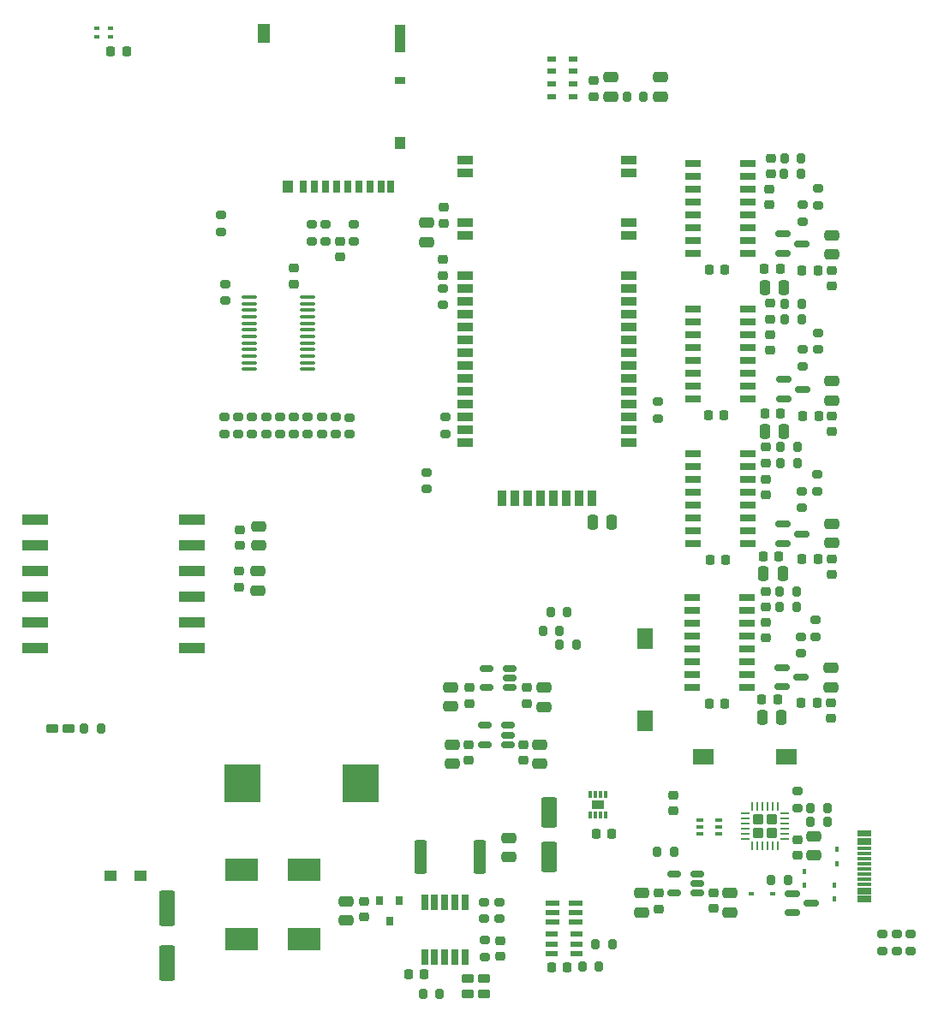
<source format=gtp>
G04 #@! TF.GenerationSoftware,KiCad,Pcbnew,(6.0.5)*
G04 #@! TF.CreationDate,2023-04-17T20:46:32+02:00*
G04 #@! TF.ProjectId,ruche,72756368-652e-46b6-9963-61645f706362,rev?*
G04 #@! TF.SameCoordinates,Original*
G04 #@! TF.FileFunction,Paste,Top*
G04 #@! TF.FilePolarity,Positive*
%FSLAX46Y46*%
G04 Gerber Fmt 4.6, Leading zero omitted, Abs format (unit mm)*
G04 Created by KiCad (PCBNEW (6.0.5)) date 2023-04-17 20:46:32*
%MOMM*%
%LPD*%
G01*
G04 APERTURE LIST*
G04 Aperture macros list*
%AMRoundRect*
0 Rectangle with rounded corners*
0 $1 Rounding radius*
0 $2 $3 $4 $5 $6 $7 $8 $9 X,Y pos of 4 corners*
0 Add a 4 corners polygon primitive as box body*
4,1,4,$2,$3,$4,$5,$6,$7,$8,$9,$2,$3,0*
0 Add four circle primitives for the rounded corners*
1,1,$1+$1,$2,$3*
1,1,$1+$1,$4,$5*
1,1,$1+$1,$6,$7*
1,1,$1+$1,$8,$9*
0 Add four rect primitives between the rounded corners*
20,1,$1+$1,$2,$3,$4,$5,0*
20,1,$1+$1,$4,$5,$6,$7,0*
20,1,$1+$1,$6,$7,$8,$9,0*
20,1,$1+$1,$8,$9,$2,$3,0*%
G04 Aperture macros list end*
%ADD10R,1.500000X0.900000*%
%ADD11R,0.900000X1.500000*%
%ADD12RoundRect,0.250000X-0.550000X1.500000X-0.550000X-1.500000X0.550000X-1.500000X0.550000X1.500000X0*%
%ADD13RoundRect,0.225000X-0.250000X0.225000X-0.250000X-0.225000X0.250000X-0.225000X0.250000X0.225000X0*%
%ADD14RoundRect,0.250000X-0.475000X0.250000X-0.475000X-0.250000X0.475000X-0.250000X0.475000X0.250000X0*%
%ADD15RoundRect,0.225000X-0.225000X-0.250000X0.225000X-0.250000X0.225000X0.250000X-0.225000X0.250000X0*%
%ADD16RoundRect,0.250000X0.475000X-0.250000X0.475000X0.250000X-0.475000X0.250000X-0.475000X-0.250000X0*%
%ADD17RoundRect,0.250000X0.550000X-1.250000X0.550000X1.250000X-0.550000X1.250000X-0.550000X-1.250000X0*%
%ADD18RoundRect,0.212500X-0.400000X-0.212500X0.400000X-0.212500X0.400000X0.212500X-0.400000X0.212500X0*%
%ADD19R,1.240000X1.120000*%
%ADD20R,3.200000X2.250000*%
%ADD21R,0.650000X1.525000*%
%ADD22R,3.650000X3.750000*%
%ADD23R,0.800000X0.900000*%
%ADD24RoundRect,0.200000X-0.200000X-0.275000X0.200000X-0.275000X0.200000X0.275000X-0.200000X0.275000X0*%
%ADD25RoundRect,0.200000X0.275000X-0.200000X0.275000X0.200000X-0.275000X0.200000X-0.275000X-0.200000X0*%
%ADD26RoundRect,0.200000X-0.275000X0.200000X-0.275000X-0.200000X0.275000X-0.200000X0.275000X0.200000X0*%
%ADD27RoundRect,0.250000X-0.362500X-1.425000X0.362500X-1.425000X0.362500X1.425000X-0.362500X1.425000X0*%
%ADD28R,0.300000X0.750000*%
%ADD29R,1.300000X0.900000*%
%ADD30R,2.500000X1.000000*%
%ADD31R,0.500000X0.300000*%
%ADD32RoundRect,0.225000X0.250000X-0.225000X0.250000X0.225000X-0.250000X0.225000X-0.250000X-0.225000X0*%
%ADD33R,0.650000X0.400000*%
%ADD34RoundRect,0.150000X-0.587500X-0.150000X0.587500X-0.150000X0.587500X0.150000X-0.587500X0.150000X0*%
%ADD35RoundRect,0.225000X0.225000X0.250000X-0.225000X0.250000X-0.225000X-0.250000X0.225000X-0.250000X0*%
%ADD36R,0.600000X0.450000*%
%ADD37R,0.700000X1.200000*%
%ADD38R,1.000000X0.800000*%
%ADD39R,1.300000X1.900000*%
%ADD40R,1.000000X1.200000*%
%ADD41R,1.000000X2.800000*%
%ADD42RoundRect,0.218750X0.218750X0.256250X-0.218750X0.256250X-0.218750X-0.256250X0.218750X-0.256250X0*%
%ADD43RoundRect,0.218750X-0.256250X0.218750X-0.256250X-0.218750X0.256250X-0.218750X0.256250X0.218750X0*%
%ADD44RoundRect,0.250000X-0.250000X-0.475000X0.250000X-0.475000X0.250000X0.475000X-0.250000X0.475000X0*%
%ADD45RoundRect,0.100000X-0.637500X-0.100000X0.637500X-0.100000X0.637500X0.100000X-0.637500X0.100000X0*%
%ADD46RoundRect,0.150000X0.512500X0.150000X-0.512500X0.150000X-0.512500X-0.150000X0.512500X-0.150000X0*%
%ADD47R,0.420000X0.550000*%
%ADD48RoundRect,0.250000X0.275000X-0.275000X0.275000X0.275000X-0.275000X0.275000X-0.275000X-0.275000X0*%
%ADD49RoundRect,0.062500X0.062500X-0.350000X0.062500X0.350000X-0.062500X0.350000X-0.062500X-0.350000X0*%
%ADD50RoundRect,0.062500X0.350000X-0.062500X0.350000X0.062500X-0.350000X0.062500X-0.350000X-0.062500X0*%
%ADD51R,2.000000X1.500000*%
%ADD52R,1.525000X0.700000*%
%ADD53R,1.400000X0.600000*%
%ADD54R,1.200000X0.600000*%
%ADD55R,1.450000X0.300000*%
%ADD56R,1.500000X2.000000*%
%ADD57RoundRect,0.200000X0.200000X0.275000X-0.200000X0.275000X-0.200000X-0.275000X0.200000X-0.275000X0*%
%ADD58R,0.950000X0.550000*%
G04 APERTURE END LIST*
D10*
X148210000Y-83095000D03*
X148210000Y-84365000D03*
X148210000Y-89295000D03*
X148210000Y-90565000D03*
X148210000Y-94495000D03*
X148210000Y-95765000D03*
X148210000Y-97035000D03*
X148210000Y-98305000D03*
X148210000Y-99575000D03*
X148210000Y-100845000D03*
X148210000Y-102115000D03*
X148210000Y-103385000D03*
X148210000Y-104655000D03*
X148210000Y-105925000D03*
X148210000Y-107195000D03*
X148210000Y-108465000D03*
X148210000Y-109735000D03*
X148210000Y-111005000D03*
D11*
X144610000Y-116495000D03*
X143340000Y-116495000D03*
X142070000Y-116495000D03*
X140800000Y-116495000D03*
X139530000Y-116495000D03*
X138260000Y-116495000D03*
X136990000Y-116495000D03*
X135720000Y-116495000D03*
D10*
X132110000Y-111005000D03*
X132110000Y-109735000D03*
X132110000Y-108465000D03*
X132110000Y-107195000D03*
X132110000Y-105925000D03*
X132110000Y-104655000D03*
X132110000Y-103385000D03*
X132110000Y-102115000D03*
X132110000Y-100845000D03*
X132110000Y-99575000D03*
X132110000Y-98305000D03*
X132110000Y-97035000D03*
X132110000Y-95765000D03*
X132110000Y-94495000D03*
X132110000Y-90565000D03*
X132110000Y-89295000D03*
X132110000Y-84335000D03*
X132110000Y-83095000D03*
D12*
X102625000Y-157110000D03*
X102625000Y-162510000D03*
D13*
X122060000Y-156385000D03*
X122060000Y-157935000D03*
D14*
X120290000Y-156390000D03*
X120290000Y-158290000D03*
D13*
X135560000Y-160275000D03*
X135560000Y-161825000D03*
D15*
X145005000Y-149750000D03*
X146555000Y-149750000D03*
X126495000Y-163600000D03*
X128045000Y-163600000D03*
D16*
X136410000Y-152035000D03*
X136410000Y-150135000D03*
D17*
X140380000Y-152010000D03*
X140380000Y-147610000D03*
D15*
X97067391Y-72357391D03*
X98617391Y-72357391D03*
D18*
X91268750Y-139310000D03*
X92893750Y-139310000D03*
D19*
X100030000Y-153900000D03*
X97030000Y-153900000D03*
D18*
X132307500Y-165542000D03*
X133932500Y-165542000D03*
X132327500Y-163992000D03*
X133952500Y-163992000D03*
D20*
X116180000Y-153260000D03*
X116180000Y-160160000D03*
X110025000Y-153235000D03*
X110025000Y-160135000D03*
D21*
X128070000Y-161912000D03*
X129070000Y-161912000D03*
X130070000Y-161912000D03*
X131070000Y-161912000D03*
X132070000Y-161912000D03*
X132070000Y-156488000D03*
X131070000Y-156488000D03*
X130070000Y-156488000D03*
X129070000Y-156488000D03*
X128070000Y-156488000D03*
D22*
X110040000Y-144690000D03*
X121740000Y-144690000D03*
D23*
X125540000Y-156350000D03*
X123640000Y-156350000D03*
X124590000Y-158350000D03*
D24*
X94416250Y-139300000D03*
X96066250Y-139300000D03*
D25*
X133990000Y-161875000D03*
X133990000Y-160225000D03*
D24*
X127895000Y-165540000D03*
X129545000Y-165540000D03*
D26*
X135460000Y-156485000D03*
X135460000Y-158135000D03*
D25*
X133960000Y-158135000D03*
X133960000Y-156485000D03*
D27*
X127637500Y-152030000D03*
X133562500Y-152030000D03*
D28*
X144480000Y-147810000D03*
X144980000Y-147810000D03*
X145480000Y-147810000D03*
X145980000Y-147810000D03*
X145980000Y-145810000D03*
X145480000Y-145810000D03*
X144980000Y-145810000D03*
X144480000Y-145810000D03*
D29*
X145230000Y-146810000D03*
D30*
X105065000Y-131360000D03*
X105065000Y-128820000D03*
X105065000Y-126280000D03*
X105065000Y-123740000D03*
X105065000Y-121200000D03*
X105065000Y-118660000D03*
X89565000Y-118660000D03*
X89565000Y-121200000D03*
X89565000Y-123740000D03*
X89565000Y-126280000D03*
X89565000Y-128820000D03*
X89565000Y-131360000D03*
D31*
X95667391Y-70082391D03*
X95667391Y-70882391D03*
X97067391Y-70882391D03*
X97067391Y-70082391D03*
D13*
X109765000Y-123750000D03*
X109765000Y-125300000D03*
D14*
X111590000Y-123750000D03*
X111590000Y-125650000D03*
D25*
X128270000Y-115605000D03*
X128270000Y-113955000D03*
D14*
X130668750Y-135220000D03*
X130668750Y-137120000D03*
D32*
X109780000Y-121215000D03*
X109780000Y-119665000D03*
D25*
X166970000Y-87565000D03*
X166970000Y-85915000D03*
D16*
X168330000Y-92410000D03*
X168330000Y-90510000D03*
D14*
X149560000Y-155590000D03*
X149560000Y-157490000D03*
D33*
X155260000Y-148400000D03*
X155260000Y-149050000D03*
X155260000Y-149700000D03*
X157160000Y-149700000D03*
X157160000Y-149050000D03*
X157160000Y-148400000D03*
D25*
X151090000Y-108635000D03*
X151090000Y-106985000D03*
X108340000Y-96995000D03*
X108340000Y-95345000D03*
D16*
X168200000Y-135210000D03*
X168200000Y-133310000D03*
D13*
X156620000Y-155555000D03*
X156620000Y-157105000D03*
D34*
X163382500Y-133250000D03*
X163382500Y-135150000D03*
X165257500Y-134200000D03*
D35*
X142165000Y-162890000D03*
X140615000Y-162890000D03*
D25*
X166710000Y-130235000D03*
X166710000Y-128585000D03*
D24*
X166215000Y-148530000D03*
X167865000Y-148530000D03*
D25*
X165410000Y-89145000D03*
X165410000Y-87495000D03*
D32*
X161800000Y-113015000D03*
X161800000Y-111465000D03*
D15*
X156255000Y-122610000D03*
X157805000Y-122610000D03*
D36*
X160340000Y-155600000D03*
X162440000Y-155600000D03*
D15*
X161695000Y-108180000D03*
X163245000Y-108180000D03*
D26*
X109670000Y-108485000D03*
X109670000Y-110135000D03*
D25*
X176140000Y-161275000D03*
X176140000Y-159625000D03*
D26*
X112400000Y-108485000D03*
X112400000Y-110135000D03*
D37*
X116085000Y-85670000D03*
X117185000Y-85670000D03*
X118285000Y-85670000D03*
X119385000Y-85670000D03*
X120485000Y-85670000D03*
X121585000Y-85670000D03*
X122685000Y-85670000D03*
X123785000Y-85670000D03*
X124735000Y-85670000D03*
D38*
X125685000Y-75170000D03*
D39*
X112185000Y-70570000D03*
D40*
X114535000Y-85670000D03*
X125685000Y-81370000D03*
D41*
X125685000Y-71020000D03*
D42*
X166947500Y-122550000D03*
X165372500Y-122550000D03*
D26*
X115150000Y-108485000D03*
X115150000Y-110135000D03*
D13*
X168350000Y-108385000D03*
X168350000Y-109935000D03*
D26*
X119270000Y-108505000D03*
X119270000Y-110155000D03*
D16*
X168350000Y-106850000D03*
X168350000Y-104950000D03*
D43*
X129890000Y-92906250D03*
X129890000Y-94481250D03*
D25*
X166890000Y-115835000D03*
X166890000Y-114185000D03*
D44*
X161710000Y-109900000D03*
X163610000Y-109900000D03*
X161450000Y-138200000D03*
X163350000Y-138200000D03*
D34*
X163582500Y-104780000D03*
X163582500Y-106680000D03*
X165457500Y-105730000D03*
D45*
X110747500Y-96625000D03*
X110747500Y-97275000D03*
X110747500Y-97925000D03*
X110747500Y-98575000D03*
X110747500Y-99225000D03*
X110747500Y-99875000D03*
X110747500Y-100525000D03*
X110747500Y-101175000D03*
X110747500Y-101825000D03*
X110747500Y-102475000D03*
X110747500Y-103125000D03*
X110747500Y-103775000D03*
X116472500Y-103775000D03*
X116472500Y-103125000D03*
X116472500Y-102475000D03*
X116472500Y-101825000D03*
X116472500Y-101175000D03*
X116472500Y-100525000D03*
X116472500Y-99875000D03*
X116472500Y-99225000D03*
X116472500Y-98575000D03*
X116472500Y-97925000D03*
X116472500Y-97275000D03*
X116472500Y-96625000D03*
D26*
X108310000Y-108485000D03*
X108310000Y-110135000D03*
D46*
X155047500Y-155590000D03*
X155047500Y-154640000D03*
X155047500Y-153690000D03*
X152772500Y-153690000D03*
X152772500Y-155590000D03*
D47*
X165630000Y-153430000D03*
X165630000Y-154830000D03*
D13*
X151200000Y-155585000D03*
X151200000Y-157135000D03*
D46*
X136280000Y-140890000D03*
X136280000Y-139940000D03*
X136280000Y-138990000D03*
X134005000Y-138990000D03*
X134005000Y-140890000D03*
D48*
X161060000Y-148300000D03*
X162360000Y-148300000D03*
X161060000Y-149600000D03*
X162360000Y-149600000D03*
D49*
X160460000Y-150887500D03*
X160960000Y-150887500D03*
X161460000Y-150887500D03*
X161960000Y-150887500D03*
X162460000Y-150887500D03*
X162960000Y-150887500D03*
D50*
X163647500Y-150200000D03*
X163647500Y-149700000D03*
X163647500Y-149200000D03*
X163647500Y-148700000D03*
X163647500Y-148200000D03*
X163647500Y-147700000D03*
D49*
X162960000Y-147012500D03*
X162460000Y-147012500D03*
X161960000Y-147012500D03*
X161460000Y-147012500D03*
X160960000Y-147012500D03*
X160460000Y-147012500D03*
D50*
X159772500Y-147700000D03*
X159772500Y-148200000D03*
X159772500Y-148700000D03*
X159772500Y-149200000D03*
X159772500Y-149700000D03*
X159772500Y-150200000D03*
D51*
X155640000Y-142100000D03*
X163840000Y-142100000D03*
D25*
X165250000Y-131855000D03*
X165250000Y-130205000D03*
D13*
X168330000Y-93995000D03*
X168330000Y-95545000D03*
D16*
X151355000Y-76810000D03*
X151355000Y-74910000D03*
D13*
X168300000Y-122545000D03*
X168300000Y-124095000D03*
D25*
X164950000Y-147145000D03*
X164950000Y-145495000D03*
D15*
X161535000Y-122280000D03*
X163085000Y-122280000D03*
D26*
X129900000Y-95748750D03*
X129900000Y-97398750D03*
D15*
X156185000Y-136830000D03*
X157735000Y-136830000D03*
D13*
X138188750Y-135255000D03*
X138188750Y-136805000D03*
D24*
X148055000Y-76810000D03*
X149705000Y-76810000D03*
D15*
X156105000Y-108320000D03*
X157655000Y-108320000D03*
D24*
X140545000Y-127790000D03*
X142195000Y-127790000D03*
D25*
X174740000Y-161305000D03*
X174740000Y-159655000D03*
D42*
X166957500Y-93970000D03*
X165382500Y-93970000D03*
X166837500Y-136720000D03*
X165262500Y-136720000D03*
D16*
X111640000Y-121180000D03*
X111640000Y-119280000D03*
D24*
X163245000Y-111470000D03*
X164895000Y-111470000D03*
D52*
X160032000Y-106685000D03*
X160032000Y-105415000D03*
X160032000Y-104145000D03*
X160032000Y-102875000D03*
X160032000Y-101605000D03*
X160032000Y-100335000D03*
X160032000Y-99065000D03*
X160032000Y-97795000D03*
X154608000Y-97795000D03*
X154608000Y-99065000D03*
X154608000Y-100335000D03*
X154608000Y-101605000D03*
X154608000Y-102875000D03*
X154608000Y-104145000D03*
X154608000Y-105415000D03*
X154608000Y-106685000D03*
D53*
X140705000Y-156560000D03*
X140705000Y-157510000D03*
X140705000Y-158460000D03*
X143005000Y-156560000D03*
X143005000Y-157510000D03*
X143005000Y-158460000D03*
D25*
X121090000Y-91115000D03*
X121090000Y-89465000D03*
D52*
X159992000Y-120995000D03*
X159992000Y-119725000D03*
X159992000Y-118455000D03*
X159992000Y-117185000D03*
X159992000Y-115915000D03*
X159992000Y-114645000D03*
X159992000Y-113375000D03*
X159992000Y-112105000D03*
X154568000Y-112105000D03*
X154568000Y-113375000D03*
X154568000Y-114645000D03*
X154568000Y-115915000D03*
X154568000Y-117185000D03*
X154568000Y-118455000D03*
X154568000Y-119725000D03*
X154568000Y-120995000D03*
D24*
X141405000Y-131040000D03*
X143055000Y-131040000D03*
X139755000Y-129620000D03*
X141405000Y-129620000D03*
D13*
X119730000Y-91115000D03*
X119730000Y-92665000D03*
D25*
X165470000Y-103455000D03*
X165470000Y-101805000D03*
D24*
X163175000Y-127310000D03*
X164825000Y-127310000D03*
D26*
X117910000Y-108485000D03*
X117910000Y-110135000D03*
D44*
X161680000Y-95660000D03*
X163580000Y-95660000D03*
X161550000Y-123990000D03*
X163450000Y-123990000D03*
D15*
X156175000Y-93930000D03*
X157725000Y-93930000D03*
D32*
X162250000Y-98805000D03*
X162250000Y-97255000D03*
D52*
X159972000Y-135195000D03*
X159972000Y-133925000D03*
X159972000Y-132655000D03*
X159972000Y-131385000D03*
X159972000Y-130115000D03*
X159972000Y-128845000D03*
X159972000Y-127575000D03*
X159972000Y-126305000D03*
X154548000Y-126305000D03*
X154548000Y-127575000D03*
X154548000Y-128845000D03*
X154548000Y-130115000D03*
X154548000Y-131385000D03*
X154548000Y-132655000D03*
X154548000Y-133925000D03*
X154548000Y-135195000D03*
D24*
X163245000Y-113020000D03*
X164895000Y-113020000D03*
D54*
X143100000Y-161560000D03*
X143100000Y-160610000D03*
X143100000Y-159660000D03*
X140600000Y-159660000D03*
X140600000Y-160610000D03*
X140600000Y-161560000D03*
D13*
X132442500Y-140895000D03*
X132442500Y-142445000D03*
D15*
X161415000Y-136440000D03*
X162965000Y-136440000D03*
D14*
X158250000Y-155590000D03*
X158250000Y-157490000D03*
D15*
X161665000Y-93800000D03*
X163215000Y-93800000D03*
D55*
X171507500Y-156320000D03*
X171507500Y-155520000D03*
X171507500Y-154170000D03*
X171507500Y-153170000D03*
X171507500Y-152670000D03*
X171507500Y-151670000D03*
X171507500Y-150320000D03*
X171507500Y-149520000D03*
X171507500Y-149820000D03*
X171507500Y-150620000D03*
X171507500Y-151170000D03*
X171507500Y-152170000D03*
X171507500Y-153670000D03*
X171507500Y-154670000D03*
X171507500Y-155220000D03*
X171507500Y-156020000D03*
D16*
X166560000Y-151850000D03*
X166560000Y-149950000D03*
D34*
X164412500Y-155610000D03*
X164412500Y-157510000D03*
X166287500Y-156560000D03*
D25*
X166970000Y-101825000D03*
X166970000Y-100175000D03*
X118300000Y-91095000D03*
X118300000Y-89445000D03*
D14*
X128250000Y-89300000D03*
X128250000Y-91200000D03*
D32*
X164940000Y-151825000D03*
X164940000Y-150275000D03*
X144805000Y-76785000D03*
X144805000Y-75235000D03*
D26*
X111020000Y-108485000D03*
X111020000Y-110135000D03*
D24*
X162315000Y-154310000D03*
X163965000Y-154310000D03*
D34*
X163502500Y-119100000D03*
X163502500Y-121000000D03*
X165377500Y-120050000D03*
D47*
X168560000Y-154770000D03*
X168560000Y-156170000D03*
D32*
X162140000Y-87495000D03*
X162140000Y-85945000D03*
D56*
X149842000Y-138576000D03*
X149842000Y-130376000D03*
D26*
X116530000Y-108485000D03*
X116530000Y-110135000D03*
D24*
X163695000Y-98800000D03*
X165345000Y-98800000D03*
D26*
X130100000Y-108495000D03*
X130100000Y-110145000D03*
D32*
X162250000Y-101875000D03*
X162250000Y-100325000D03*
D13*
X168200000Y-136725000D03*
X168200000Y-138275000D03*
D57*
X145305000Y-162870000D03*
X143655000Y-162870000D03*
D26*
X113780000Y-108485000D03*
X113780000Y-110135000D03*
D13*
X152650000Y-145885000D03*
X152650000Y-147435000D03*
D32*
X115180000Y-95335000D03*
X115180000Y-93785000D03*
D42*
X167007500Y-108360000D03*
X165432500Y-108360000D03*
D52*
X159990000Y-92300000D03*
X159990000Y-91030000D03*
X159990000Y-89760000D03*
X159990000Y-88490000D03*
X159990000Y-87220000D03*
X159990000Y-85950000D03*
X159990000Y-84680000D03*
X159990000Y-83410000D03*
X154566000Y-83410000D03*
X154566000Y-84680000D03*
X154566000Y-85950000D03*
X154566000Y-87220000D03*
X154566000Y-88490000D03*
X154566000Y-89760000D03*
X154566000Y-91030000D03*
X154566000Y-92300000D03*
D32*
X162320000Y-84445000D03*
X162320000Y-82895000D03*
D14*
X130802500Y-140890000D03*
X130802500Y-142790000D03*
D26*
X107950000Y-88505000D03*
X107950000Y-90155000D03*
D24*
X163185000Y-125780000D03*
X164835000Y-125780000D03*
D32*
X161790000Y-127305000D03*
X161790000Y-125755000D03*
D24*
X151049000Y-151494000D03*
X152699000Y-151494000D03*
D16*
X146480000Y-76810000D03*
X146480000Y-74910000D03*
D58*
X142750000Y-76805000D03*
X142750000Y-75555000D03*
X142750000Y-74305000D03*
X142750000Y-73055000D03*
X140600000Y-73055000D03*
X140600000Y-74305000D03*
X140600000Y-75555000D03*
X140600000Y-76805000D03*
D57*
X167875000Y-147150000D03*
X166225000Y-147150000D03*
D14*
X139858750Y-135250000D03*
X139858750Y-137150000D03*
D44*
X144670000Y-118880000D03*
X146570000Y-118880000D03*
D14*
X139420000Y-140870000D03*
X139420000Y-142770000D03*
D16*
X168300000Y-120930000D03*
X168300000Y-119030000D03*
D46*
X136486250Y-135250000D03*
X136486250Y-134300000D03*
X136486250Y-133350000D03*
X134211250Y-133350000D03*
X134211250Y-135250000D03*
D26*
X120630000Y-108525000D03*
X120630000Y-110175000D03*
D24*
X144965000Y-160610000D03*
X146615000Y-160610000D03*
D32*
X161800000Y-116185000D03*
X161800000Y-114635000D03*
X129940000Y-89305000D03*
X129940000Y-87755000D03*
D13*
X132478750Y-135255000D03*
X132478750Y-136805000D03*
D25*
X116910000Y-91115000D03*
X116910000Y-89465000D03*
X173330000Y-161305000D03*
X173330000Y-159655000D03*
D24*
X163625000Y-82890000D03*
X165275000Y-82890000D03*
D25*
X165370000Y-117485000D03*
X165370000Y-115835000D03*
D34*
X163502500Y-90390000D03*
X163502500Y-92290000D03*
X165377500Y-91340000D03*
D24*
X163615000Y-84410000D03*
X165265000Y-84410000D03*
X163695000Y-97280000D03*
X165345000Y-97280000D03*
D13*
X137830000Y-140895000D03*
X137830000Y-142445000D03*
D47*
X168840000Y-152670000D03*
X168840000Y-151270000D03*
D32*
X161800000Y-130355000D03*
X161800000Y-128805000D03*
M02*

</source>
